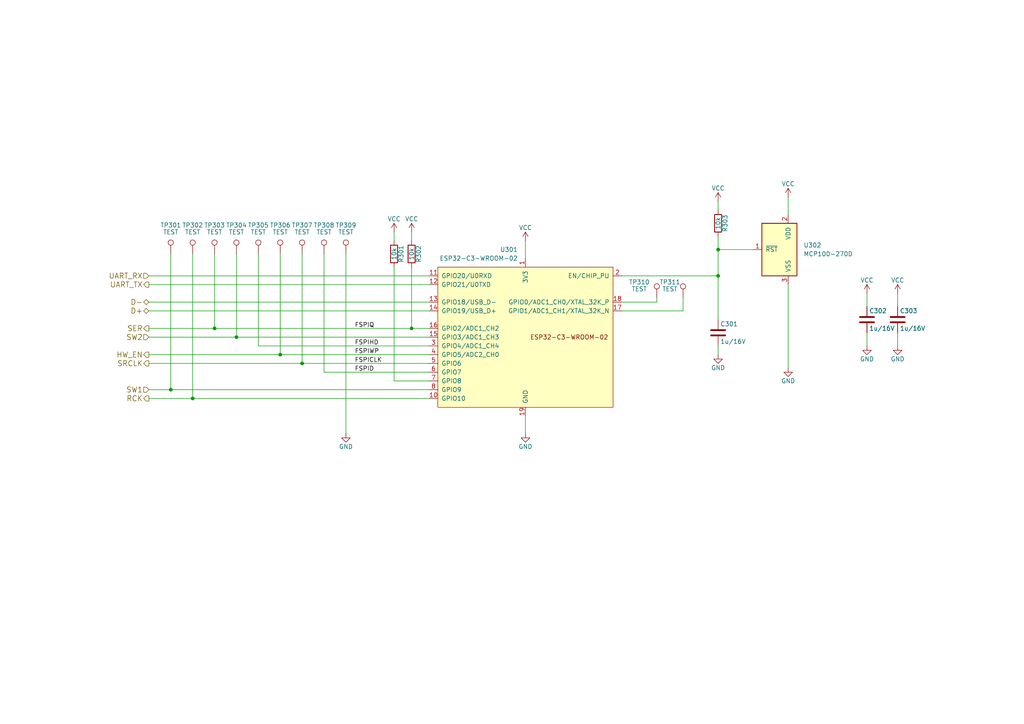
<source format=kicad_sch>
(kicad_sch (version 20230121) (generator eeschema)

  (uuid aa43447d-c4af-4ada-a0a1-0ff087c0a798)

  (paper "A4")

  (title_block
    (title "ZM108x, Z57x nixieboard")
    (date "2025-09-04")
    (rev "3/${GITHASH}")
    (comment 1 "Atuthor: Martin Sabol")
  )

  (lib_symbols
    (symbol "Connector:TestPoint" (pin_numbers hide) (pin_names (offset 0.762) hide) (in_bom yes) (on_board yes)
      (property "Reference" "TP" (at 0 6.858 0)
        (effects (font (size 1.27 1.27)))
      )
      (property "Value" "TestPoint" (at 0 5.08 0)
        (effects (font (size 1.27 1.27)))
      )
      (property "Footprint" "" (at 5.08 0 0)
        (effects (font (size 1.27 1.27)) hide)
      )
      (property "Datasheet" "~" (at 5.08 0 0)
        (effects (font (size 1.27 1.27)) hide)
      )
      (property "ki_keywords" "test point tp" (at 0 0 0)
        (effects (font (size 1.27 1.27)) hide)
      )
      (property "ki_description" "test point" (at 0 0 0)
        (effects (font (size 1.27 1.27)) hide)
      )
      (property "ki_fp_filters" "Pin* Test*" (at 0 0 0)
        (effects (font (size 1.27 1.27)) hide)
      )
      (symbol "TestPoint_0_1"
        (circle (center 0 3.302) (radius 0.762)
          (stroke (width 0) (type default))
          (fill (type none))
        )
      )
      (symbol "TestPoint_1_1"
        (pin passive line (at 0 0 90) (length 2.54)
          (name "1" (effects (font (size 1.27 1.27))))
          (number "1" (effects (font (size 1.27 1.27))))
        )
      )
    )
    (symbol "Device:C" (pin_numbers hide) (pin_names (offset 0.254)) (in_bom yes) (on_board yes)
      (property "Reference" "C" (at 0.635 2.54 0)
        (effects (font (size 1.27 1.27)) (justify left))
      )
      (property "Value" "C" (at 0.635 -2.54 0)
        (effects (font (size 1.27 1.27)) (justify left))
      )
      (property "Footprint" "" (at 0.9652 -3.81 0)
        (effects (font (size 1.27 1.27)) hide)
      )
      (property "Datasheet" "~" (at 0 0 0)
        (effects (font (size 1.27 1.27)) hide)
      )
      (property "ki_keywords" "cap capacitor" (at 0 0 0)
        (effects (font (size 1.27 1.27)) hide)
      )
      (property "ki_description" "Unpolarized capacitor" (at 0 0 0)
        (effects (font (size 1.27 1.27)) hide)
      )
      (property "ki_fp_filters" "C_*" (at 0 0 0)
        (effects (font (size 1.27 1.27)) hide)
      )
      (symbol "C_0_1"
        (polyline
          (pts
            (xy -2.032 -0.762)
            (xy 2.032 -0.762)
          )
          (stroke (width 0.508) (type default))
          (fill (type none))
        )
        (polyline
          (pts
            (xy -2.032 0.762)
            (xy 2.032 0.762)
          )
          (stroke (width 0.508) (type default))
          (fill (type none))
        )
      )
      (symbol "C_1_1"
        (pin passive line (at 0 3.81 270) (length 2.794)
          (name "~" (effects (font (size 1.27 1.27))))
          (number "1" (effects (font (size 1.27 1.27))))
        )
        (pin passive line (at 0 -3.81 90) (length 2.794)
          (name "~" (effects (font (size 1.27 1.27))))
          (number "2" (effects (font (size 1.27 1.27))))
        )
      )
    )
    (symbol "Device:R" (pin_numbers hide) (pin_names (offset 0)) (in_bom yes) (on_board yes)
      (property "Reference" "R" (at 2.032 0 90)
        (effects (font (size 1.27 1.27)))
      )
      (property "Value" "R" (at 0 0 90)
        (effects (font (size 1.27 1.27)))
      )
      (property "Footprint" "" (at -1.778 0 90)
        (effects (font (size 1.27 1.27)) hide)
      )
      (property "Datasheet" "~" (at 0 0 0)
        (effects (font (size 1.27 1.27)) hide)
      )
      (property "ki_keywords" "R res resistor" (at 0 0 0)
        (effects (font (size 1.27 1.27)) hide)
      )
      (property "ki_description" "Resistor" (at 0 0 0)
        (effects (font (size 1.27 1.27)) hide)
      )
      (property "ki_fp_filters" "R_*" (at 0 0 0)
        (effects (font (size 1.27 1.27)) hide)
      )
      (symbol "R_0_1"
        (rectangle (start -1.016 -2.54) (end 1.016 2.54)
          (stroke (width 0.254) (type default))
          (fill (type none))
        )
      )
      (symbol "R_1_1"
        (pin passive line (at 0 3.81 270) (length 1.27)
          (name "~" (effects (font (size 1.27 1.27))))
          (number "1" (effects (font (size 1.27 1.27))))
        )
        (pin passive line (at 0 -3.81 90) (length 1.27)
          (name "~" (effects (font (size 1.27 1.27))))
          (number "2" (effects (font (size 1.27 1.27))))
        )
      )
    )
    (symbol "PCM_Espressif:ESP32-C3-WROOM-02" (pin_names (offset 1.016)) (in_bom yes) (on_board yes)
      (property "Reference" "U" (at -25.4 25.4 0)
        (effects (font (size 1.27 1.27)) (justify left))
      )
      (property "Value" "ESP32-C3-WROOM-02" (at -25.4 22.86 0)
        (effects (font (size 1.27 1.27)) (justify left))
      )
      (property "Footprint" "Espressif:ESP32-C3-WROOM-02" (at 0 -30.48 0)
        (effects (font (size 1.27 1.27)) hide)
      )
      (property "Datasheet" "https://www.espressif.com/sites/default/files/documentation/esp32-c3-wroom-02_datasheet_en.pdf" (at -2.54 -33.02 0)
        (effects (font (size 1.27 1.27)) hide)
      )
      (property "ki_keywords" "esp32-c3 module" (at 0 0 0)
        (effects (font (size 1.27 1.27)) hide)
      )
      (property "ki_description" "ESP32-C3-WROOM-02 is a general-purpose Wi-Fi and Bluetooth LE module. This module features a rich set of peripherals and high performance, which makes it an ideal choice for smart home, industrial automation, health care, consumer electronics, etc." (at 0 0 0)
        (effects (font (size 1.27 1.27)) hide)
      )
      (symbol "ESP32-C3-WROOM-02_0_0"
        (text "ESP32-C3-WROOM-02" (at -12.7 0 0)
          (effects (font (size 1.27 1.27)))
        )
      )
      (symbol "ESP32-C3-WROOM-02_0_1"
        (rectangle (start 25.4 20.32) (end -25.4 -20.32)
          (stroke (width 0) (type default))
          (fill (type background))
        )
      )
      (symbol "ESP32-C3-WROOM-02_1_1"
        (pin power_in line (at 0 22.86 270) (length 2.54)
          (name "3V3" (effects (font (size 1.27 1.27))))
          (number "1" (effects (font (size 1.27 1.27))))
        )
        (pin bidirectional line (at 27.94 -17.78 180) (length 2.54)
          (name "GPIO10" (effects (font (size 1.27 1.27))))
          (number "10" (effects (font (size 1.27 1.27))))
        )
        (pin bidirectional line (at 27.94 17.78 180) (length 2.54)
          (name "GPIO20/U0RXD" (effects (font (size 1.27 1.27))))
          (number "11" (effects (font (size 1.27 1.27))))
        )
        (pin bidirectional line (at 27.94 15.24 180) (length 2.54)
          (name "GPIO21/U0TXD" (effects (font (size 1.27 1.27))))
          (number "12" (effects (font (size 1.27 1.27))))
        )
        (pin bidirectional line (at 27.94 10.16 180) (length 2.54)
          (name "GPIO18/USB_D-" (effects (font (size 1.27 1.27))))
          (number "13" (effects (font (size 1.27 1.27))))
        )
        (pin bidirectional line (at 27.94 7.62 180) (length 2.54)
          (name "GPIO19/USB_D+" (effects (font (size 1.27 1.27))))
          (number "14" (effects (font (size 1.27 1.27))))
        )
        (pin bidirectional line (at 27.94 0 180) (length 2.54)
          (name "GPIO3/ADC1_CH3" (effects (font (size 1.27 1.27))))
          (number "15" (effects (font (size 1.27 1.27))))
        )
        (pin bidirectional line (at 27.94 2.54 180) (length 2.54)
          (name "GPIO2/ADC1_CH2" (effects (font (size 1.27 1.27))))
          (number "16" (effects (font (size 1.27 1.27))))
        )
        (pin bidirectional line (at -27.94 7.62 0) (length 2.54)
          (name "GPIO1/ADC1_CH1/XTAL_32K_N" (effects (font (size 1.27 1.27))))
          (number "17" (effects (font (size 1.27 1.27))))
        )
        (pin bidirectional line (at -27.94 10.16 0) (length 2.54)
          (name "GPIO0/ADC1_CH0/XTAL_32K_P" (effects (font (size 1.27 1.27))))
          (number "18" (effects (font (size 1.27 1.27))))
        )
        (pin power_in line (at 0 -22.86 90) (length 2.54)
          (name "GND" (effects (font (size 1.27 1.27))))
          (number "19" (effects (font (size 1.27 1.27))))
        )
        (pin input line (at -27.94 17.78 0) (length 2.54)
          (name "EN/CHIP_PU" (effects (font (size 1.27 1.27))))
          (number "2" (effects (font (size 1.27 1.27))))
        )
        (pin bidirectional line (at 27.94 -2.54 180) (length 2.54)
          (name "GPIO4/ADC1_CH4" (effects (font (size 1.27 1.27))))
          (number "3" (effects (font (size 1.27 1.27))))
        )
        (pin bidirectional line (at 27.94 -5.08 180) (length 2.54)
          (name "GPIO5/ADC2_CH0" (effects (font (size 1.27 1.27))))
          (number "4" (effects (font (size 1.27 1.27))))
        )
        (pin bidirectional line (at 27.94 -7.62 180) (length 2.54)
          (name "GPIO6" (effects (font (size 1.27 1.27))))
          (number "5" (effects (font (size 1.27 1.27))))
        )
        (pin bidirectional line (at 27.94 -10.16 180) (length 2.54)
          (name "GPIO7" (effects (font (size 1.27 1.27))))
          (number "6" (effects (font (size 1.27 1.27))))
        )
        (pin bidirectional line (at 27.94 -12.7 180) (length 2.54)
          (name "GPIO8" (effects (font (size 1.27 1.27))))
          (number "7" (effects (font (size 1.27 1.27))))
        )
        (pin bidirectional line (at 27.94 -15.24 180) (length 2.54)
          (name "GPIO9" (effects (font (size 1.27 1.27))))
          (number "8" (effects (font (size 1.27 1.27))))
        )
        (pin passive line (at 0 -22.86 90) (length 2.54) hide
          (name "GND" (effects (font (size 1.27 1.27))))
          (number "9" (effects (font (size 1.27 1.27))))
        )
      )
    )
    (symbol "Power_Supervisor:MCP100-270D" (pin_names (offset 1.016)) (in_bom yes) (on_board yes)
      (property "Reference" "U" (at 0 8.89 0)
        (effects (font (size 1.27 1.27)) (justify left))
      )
      (property "Value" "MCP100-270D" (at -1.27 -8.89 0)
        (effects (font (size 1.27 1.27)) (justify left))
      )
      (property "Footprint" "" (at -10.16 3.81 0)
        (effects (font (size 1.27 1.27)) hide)
      )
      (property "Datasheet" "http://ww1.microchip.com/downloads/en/DeviceDoc/11187f.pdf" (at -7.62 6.35 0)
        (effects (font (size 1.27 1.27)) hide)
      )
      (property "ki_keywords" "supervisor reset push-pull" (at 0 0 0)
        (effects (font (size 1.27 1.27)) hide)
      )
      (property "ki_description" "Microcontroller reset monitor, 2.70V threshold, active low output" (at 0 0 0)
        (effects (font (size 1.27 1.27)) hide)
      )
      (property "ki_fp_filters" "SOT?23* TO?92*" (at 0 0 0)
        (effects (font (size 1.27 1.27)) hide)
      )
      (symbol "MCP100-270D_1_1"
        (rectangle (start -5.08 7.62) (end 5.08 -7.62)
          (stroke (width 0.254) (type default))
          (fill (type background))
        )
        (pin output line (at 7.62 0 180) (length 2.54)
          (name "~{RST}" (effects (font (size 1.27 1.27))))
          (number "1" (effects (font (size 1.27 1.27))))
        )
        (pin power_in line (at -2.54 10.16 270) (length 2.54)
          (name "VDD" (effects (font (size 1.27 1.27))))
          (number "2" (effects (font (size 1.27 1.27))))
        )
        (pin power_in line (at -2.54 -10.16 90) (length 2.54)
          (name "VSS" (effects (font (size 1.27 1.27))))
          (number "3" (effects (font (size 1.27 1.27))))
        )
      )
    )
    (symbol "power:GND" (power) (pin_names (offset 0)) (in_bom yes) (on_board yes)
      (property "Reference" "#PWR" (at 0 -6.35 0)
        (effects (font (size 1.27 1.27)) hide)
      )
      (property "Value" "GND" (at 0 -3.81 0)
        (effects (font (size 1.27 1.27)))
      )
      (property "Footprint" "" (at 0 0 0)
        (effects (font (size 1.27 1.27)) hide)
      )
      (property "Datasheet" "" (at 0 0 0)
        (effects (font (size 1.27 1.27)) hide)
      )
      (property "ki_keywords" "global power" (at 0 0 0)
        (effects (font (size 1.27 1.27)) hide)
      )
      (property "ki_description" "Power symbol creates a global label with name \"GND\" , ground" (at 0 0 0)
        (effects (font (size 1.27 1.27)) hide)
      )
      (symbol "GND_0_1"
        (polyline
          (pts
            (xy 0 0)
            (xy 0 -1.27)
            (xy 1.27 -1.27)
            (xy 0 -2.54)
            (xy -1.27 -1.27)
            (xy 0 -1.27)
          )
          (stroke (width 0) (type default))
          (fill (type none))
        )
      )
      (symbol "GND_1_1"
        (pin power_in line (at 0 0 270) (length 0) hide
          (name "GND" (effects (font (size 1.27 1.27))))
          (number "1" (effects (font (size 1.27 1.27))))
        )
      )
    )
    (symbol "power:VCC" (power) (pin_names (offset 0)) (in_bom yes) (on_board yes)
      (property "Reference" "#PWR" (at 0 -3.81 0)
        (effects (font (size 1.27 1.27)) hide)
      )
      (property "Value" "VCC" (at 0 3.81 0)
        (effects (font (size 1.27 1.27)))
      )
      (property "Footprint" "" (at 0 0 0)
        (effects (font (size 1.27 1.27)) hide)
      )
      (property "Datasheet" "" (at 0 0 0)
        (effects (font (size 1.27 1.27)) hide)
      )
      (property "ki_keywords" "global power" (at 0 0 0)
        (effects (font (size 1.27 1.27)) hide)
      )
      (property "ki_description" "Power symbol creates a global label with name \"VCC\"" (at 0 0 0)
        (effects (font (size 1.27 1.27)) hide)
      )
      (symbol "VCC_0_1"
        (polyline
          (pts
            (xy -0.762 1.27)
            (xy 0 2.54)
          )
          (stroke (width 0) (type default))
          (fill (type none))
        )
        (polyline
          (pts
            (xy 0 0)
            (xy 0 2.54)
          )
          (stroke (width 0) (type default))
          (fill (type none))
        )
        (polyline
          (pts
            (xy 0 2.54)
            (xy 0.762 1.27)
          )
          (stroke (width 0) (type default))
          (fill (type none))
        )
      )
      (symbol "VCC_1_1"
        (pin power_in line (at 0 0 90) (length 0) hide
          (name "VCC" (effects (font (size 1.27 1.27))))
          (number "1" (effects (font (size 1.27 1.27))))
        )
      )
    )
  )

  (junction (at 119.38 95.25) (diameter 0) (color 0 0 0 0)
    (uuid 0147ba64-e63e-445e-8158-fc92aa5a23fe)
  )
  (junction (at 55.88 115.57) (diameter 0) (color 0 0 0 0)
    (uuid 1403efeb-de4e-40ac-9bcf-05c1d4f1bd04)
  )
  (junction (at 62.23 95.25) (diameter 0) (color 0 0 0 0)
    (uuid 5e572cd7-51ad-46cc-9909-f9981eeef197)
  )
  (junction (at 68.58 97.79) (diameter 0) (color 0 0 0 0)
    (uuid 7424faab-ad93-4592-b0d1-68729be2f891)
  )
  (junction (at 87.63 105.41) (diameter 0) (color 0 0 0 0)
    (uuid 97b9332f-8385-427a-a510-8aad89b8fb51)
  )
  (junction (at 208.28 72.39) (diameter 0) (color 0 0 0 0)
    (uuid a9c74b10-2471-4f4a-9517-3e70435a3b30)
  )
  (junction (at 49.53 113.03) (diameter 0) (color 0 0 0 0)
    (uuid a9d980ae-c8bd-4b73-92d1-827484e4749c)
  )
  (junction (at 208.28 80.01) (diameter 0) (color 0 0 0 0)
    (uuid e1ff3bb9-1757-43c0-9111-2c852d9a6807)
  )
  (junction (at 81.28 102.87) (diameter 0) (color 0 0 0 0)
    (uuid e9681995-177a-45a1-8e1f-e8a9a8d7154a)
  )

  (wire (pts (xy 119.38 77.47) (xy 119.38 95.25))
    (stroke (width 0) (type default))
    (uuid 036653a8-0b7d-49d4-b202-6e27fcaf4620)
  )
  (wire (pts (xy 87.63 105.41) (xy 124.46 105.41))
    (stroke (width 0) (type default))
    (uuid 081efc9f-efe7-4e24-a795-36b19108ee6a)
  )
  (wire (pts (xy 119.38 95.25) (xy 124.46 95.25))
    (stroke (width 0) (type default))
    (uuid 0f16254b-64af-4cae-b11e-ab3d64ff1f16)
  )
  (wire (pts (xy 93.98 73.66) (xy 93.98 107.95))
    (stroke (width 0) (type default))
    (uuid 142b404a-7a37-46bf-b4f0-ac010b6c4305)
  )
  (wire (pts (xy 49.53 73.66) (xy 49.53 113.03))
    (stroke (width 0) (type default))
    (uuid 183ba565-eabc-4276-800f-f1b0b1943d6b)
  )
  (wire (pts (xy 43.18 90.17) (xy 124.46 90.17))
    (stroke (width 0) (type default))
    (uuid 1bf31ae1-9f03-4ebf-a23e-901155489b44)
  )
  (wire (pts (xy 251.46 88.9) (xy 251.46 85.09))
    (stroke (width 0) (type default))
    (uuid 1e6a1d26-14c7-4e4e-b463-7145a0d4bdef)
  )
  (wire (pts (xy 208.28 80.01) (xy 208.28 92.71))
    (stroke (width 0) (type default))
    (uuid 244f1fb8-0940-4c3f-82d7-9b36f52955a7)
  )
  (wire (pts (xy 74.93 100.33) (xy 124.46 100.33))
    (stroke (width 0) (type default))
    (uuid 26dab3d2-1a1f-4d27-bbad-f2fb1dd7c04d)
  )
  (wire (pts (xy 43.18 87.63) (xy 124.46 87.63))
    (stroke (width 0) (type default))
    (uuid 3a465bdd-90f4-4617-b899-c72a409c2722)
  )
  (wire (pts (xy 228.6 82.55) (xy 228.6 106.68))
    (stroke (width 0) (type default))
    (uuid 40e5298b-b54b-41e0-a006-74194c96eded)
  )
  (wire (pts (xy 208.28 58.42) (xy 208.28 60.96))
    (stroke (width 0) (type default))
    (uuid 482de850-1891-47d6-b737-4507938d4164)
  )
  (wire (pts (xy 180.34 90.17) (xy 198.12 90.17))
    (stroke (width 0) (type default))
    (uuid 48f77438-f575-48fe-8154-e7cfc51ea1b8)
  )
  (wire (pts (xy 260.35 88.9) (xy 260.35 85.09))
    (stroke (width 0) (type default))
    (uuid 49e92e29-cd92-41b7-8286-3b1bbb7eb264)
  )
  (wire (pts (xy 208.28 100.33) (xy 208.28 102.87))
    (stroke (width 0) (type default))
    (uuid 4ed62229-319e-4169-89e6-b46d6691092a)
  )
  (wire (pts (xy 114.3 67.31) (xy 114.3 69.85))
    (stroke (width 0) (type default))
    (uuid 579fc2e4-4555-4795-9394-1ddb93ada5cb)
  )
  (wire (pts (xy 43.18 97.79) (xy 68.58 97.79))
    (stroke (width 0) (type default))
    (uuid 5cff5801-ba02-4af3-9e37-ce75ece44679)
  )
  (wire (pts (xy 152.4 69.85) (xy 152.4 74.93))
    (stroke (width 0) (type default))
    (uuid 5e7498cc-4482-4478-a51e-4d053f2de894)
  )
  (wire (pts (xy 180.34 87.63) (xy 190.5 87.63))
    (stroke (width 0) (type default))
    (uuid 6313b17e-880b-4b2a-b816-34a255d9a663)
  )
  (wire (pts (xy 55.88 73.66) (xy 55.88 115.57))
    (stroke (width 0) (type default))
    (uuid 6570e0a5-9731-4134-b490-9f80b59f9118)
  )
  (wire (pts (xy 124.46 110.49) (xy 114.3 110.49))
    (stroke (width 0) (type default))
    (uuid 6a6bc0da-b927-4453-935d-021a202ffe4a)
  )
  (wire (pts (xy 43.18 80.01) (xy 124.46 80.01))
    (stroke (width 0) (type default))
    (uuid 6cc92000-34a6-4e1c-ac73-2d8fb1e1aab8)
  )
  (wire (pts (xy 251.46 96.52) (xy 251.46 100.33))
    (stroke (width 0) (type default))
    (uuid 6f01ed47-49c5-4837-8632-50240669ea06)
  )
  (wire (pts (xy 43.18 95.25) (xy 62.23 95.25))
    (stroke (width 0) (type default))
    (uuid 70edd40e-3d65-4116-8549-d712de22257b)
  )
  (wire (pts (xy 43.18 113.03) (xy 49.53 113.03))
    (stroke (width 0) (type default))
    (uuid 72f3470f-4673-4b90-ba86-fee90d8e97af)
  )
  (wire (pts (xy 100.33 73.66) (xy 100.33 125.73))
    (stroke (width 0) (type default))
    (uuid 76815cd6-cd67-406f-a7c1-00ca556e65a3)
  )
  (wire (pts (xy 62.23 73.66) (xy 62.23 95.25))
    (stroke (width 0) (type default))
    (uuid 7f2cb4fc-7c6a-41f3-98a8-1c4fa6caaf48)
  )
  (wire (pts (xy 43.18 82.55) (xy 124.46 82.55))
    (stroke (width 0) (type default))
    (uuid 81f90416-14b0-4cd5-8873-9b42b69a00f7)
  )
  (wire (pts (xy 114.3 110.49) (xy 114.3 77.47))
    (stroke (width 0) (type default))
    (uuid 854fbfb8-e662-415b-b11d-29ef5ba312c8)
  )
  (wire (pts (xy 208.28 72.39) (xy 218.44 72.39))
    (stroke (width 0) (type default))
    (uuid 87a2d615-f21b-434e-b63e-13e3b93bd845)
  )
  (wire (pts (xy 43.18 115.57) (xy 55.88 115.57))
    (stroke (width 0) (type default))
    (uuid 893c7b42-52b0-403c-8a5e-7b6ab20d6b9e)
  )
  (wire (pts (xy 87.63 73.66) (xy 87.63 105.41))
    (stroke (width 0) (type default))
    (uuid 89df26d4-1570-482c-8887-911259679286)
  )
  (wire (pts (xy 68.58 97.79) (xy 124.46 97.79))
    (stroke (width 0) (type default))
    (uuid 90a16913-8270-4ec1-a274-c75e5b05ead9)
  )
  (wire (pts (xy 93.98 107.95) (xy 124.46 107.95))
    (stroke (width 0) (type default))
    (uuid 93a36c03-6658-4b16-bd47-5bd532e60582)
  )
  (wire (pts (xy 43.18 105.41) (xy 87.63 105.41))
    (stroke (width 0) (type default))
    (uuid a51db40c-ee77-4c8f-b1cc-398fc5d75ef3)
  )
  (wire (pts (xy 228.6 57.15) (xy 228.6 62.23))
    (stroke (width 0) (type default))
    (uuid af96e751-e11b-4e81-8519-c6bdb79a11fe)
  )
  (wire (pts (xy 43.18 102.87) (xy 81.28 102.87))
    (stroke (width 0) (type default))
    (uuid b084567b-85ac-4cb8-82b5-3c8c3c11be62)
  )
  (wire (pts (xy 119.38 67.31) (xy 119.38 69.85))
    (stroke (width 0) (type default))
    (uuid b09022c6-8d70-4311-bb17-e784d0f596a0)
  )
  (wire (pts (xy 190.5 87.63) (xy 190.5 86.36))
    (stroke (width 0) (type default))
    (uuid bd2be411-568e-4edf-9348-6264cc9bc491)
  )
  (wire (pts (xy 152.4 120.65) (xy 152.4 125.73))
    (stroke (width 0) (type default))
    (uuid c6e23db1-19d8-4a73-9172-9de2996ff8ec)
  )
  (wire (pts (xy 62.23 95.25) (xy 119.38 95.25))
    (stroke (width 0) (type default))
    (uuid c7c226e5-bd73-44f6-9ff7-d3d6aacfad0e)
  )
  (wire (pts (xy 68.58 73.66) (xy 68.58 97.79))
    (stroke (width 0) (type default))
    (uuid c9c41bc1-7db0-4264-a620-fd8862996255)
  )
  (wire (pts (xy 74.93 73.66) (xy 74.93 100.33))
    (stroke (width 0) (type default))
    (uuid cd50d81a-137e-44ac-8962-8be0cab659a3)
  )
  (wire (pts (xy 198.12 90.17) (xy 198.12 86.36))
    (stroke (width 0) (type default))
    (uuid d537c8d1-e900-4518-a9ba-bde630762eca)
  )
  (wire (pts (xy 81.28 102.87) (xy 124.46 102.87))
    (stroke (width 0) (type default))
    (uuid d9c29149-c955-4786-888e-d1a4ede85d30)
  )
  (wire (pts (xy 55.88 115.57) (xy 124.46 115.57))
    (stroke (width 0) (type default))
    (uuid dc3191de-3717-414a-b40c-477b996f9554)
  )
  (wire (pts (xy 180.34 80.01) (xy 208.28 80.01))
    (stroke (width 0) (type default))
    (uuid ded2d3c4-b569-41f9-915f-f8bffa3a5e6b)
  )
  (wire (pts (xy 208.28 80.01) (xy 208.28 72.39))
    (stroke (width 0) (type default))
    (uuid e295fa79-6ee7-4bf3-b33a-43041aadfd74)
  )
  (wire (pts (xy 81.28 73.66) (xy 81.28 102.87))
    (stroke (width 0) (type default))
    (uuid e2f0520d-0db9-4fa3-977c-d451c7199865)
  )
  (wire (pts (xy 208.28 72.39) (xy 208.28 68.58))
    (stroke (width 0) (type default))
    (uuid e67b41fc-591c-473d-82a9-95cf0dfa9cef)
  )
  (wire (pts (xy 260.35 96.52) (xy 260.35 100.33))
    (stroke (width 0) (type default))
    (uuid eca1f215-9804-4e55-86d5-df9e831fd6f2)
  )
  (wire (pts (xy 49.53 113.03) (xy 124.46 113.03))
    (stroke (width 0) (type default))
    (uuid eecdc9a6-283f-46ef-b794-1876778eaf92)
  )

  (label "FSPIQ" (at 102.87 95.25 0) (fields_autoplaced)
    (effects (font (size 1.27 1.27)) (justify left bottom))
    (uuid 2a530dab-3294-43a9-86cc-1d902e62bad0)
  )
  (label "FSPID" (at 102.87 107.95 0) (fields_autoplaced)
    (effects (font (size 1.27 1.27)) (justify left bottom))
    (uuid 5af47e0a-2594-4f9a-bcd2-1574822eb793)
  )
  (label "FSPIWP" (at 102.87 102.87 0) (fields_autoplaced)
    (effects (font (size 1.27 1.27)) (justify left bottom))
    (uuid 7f829491-e3ea-4cea-bc2b-4c36d162d613)
  )
  (label "FSPIHD" (at 102.87 100.33 0) (fields_autoplaced)
    (effects (font (size 1.27 1.27)) (justify left bottom))
    (uuid e283a9ac-83dd-4156-8d9b-bc888f192b58)
  )
  (label "FSPICLK" (at 102.87 105.41 0) (fields_autoplaced)
    (effects (font (size 1.27 1.27)) (justify left bottom))
    (uuid eaa7fb8a-2a47-4bb5-a8bd-0d0394d05f82)
  )

  (hierarchical_label "UART_TX" (shape output) (at 43.18 82.55 180) (fields_autoplaced)
    (effects (font (size 1.524 1.524)) (justify right))
    (uuid 072f7d19-4b0a-4ca0-b137-f6a960455180)
  )
  (hierarchical_label "SW1" (shape input) (at 43.18 113.03 180) (fields_autoplaced)
    (effects (font (size 1.524 1.524)) (justify right))
    (uuid 09a8bb6e-3c94-4fd1-9d57-b71ee2b8619e)
  )
  (hierarchical_label "UART_RX" (shape input) (at 43.18 80.01 180) (fields_autoplaced)
    (effects (font (size 1.524 1.524)) (justify right))
    (uuid 191e0571-0a3f-4a42-9d89-9cd2efe1d00f)
  )
  (hierarchical_label "D+" (shape bidirectional) (at 43.18 90.17 180) (fields_autoplaced)
    (effects (font (size 1.524 1.524)) (justify right))
    (uuid 30ca6cb6-71e6-4a12-a0c9-4aa8007e230f)
  )
  (hierarchical_label "D-" (shape bidirectional) (at 43.18 87.63 180) (fields_autoplaced)
    (effects (font (size 1.524 1.524)) (justify right))
    (uuid 341d6300-2aff-4de5-9105-afb1c45625f2)
  )
  (hierarchical_label "RCK" (shape output) (at 43.18 115.57 180) (fields_autoplaced)
    (effects (font (size 1.524 1.524)) (justify right))
    (uuid 39fc536d-d1db-4eff-81a0-935bf5dbf685)
  )
  (hierarchical_label "SER" (shape output) (at 43.18 95.25 180) (fields_autoplaced)
    (effects (font (size 1.524 1.524)) (justify right))
    (uuid 7f599f8d-4205-4137-b677-03c5f8720e14)
  )
  (hierarchical_label "SW2" (shape input) (at 43.18 97.79 180) (fields_autoplaced)
    (effects (font (size 1.524 1.524)) (justify right))
    (uuid 9405f600-02a3-4c2c-8c01-4ee247d67bda)
  )
  (hierarchical_label "HW_EN" (shape output) (at 43.18 102.87 180) (fields_autoplaced)
    (effects (font (size 1.524 1.524)) (justify right))
    (uuid b033b21b-4219-4ec4-a547-2339c37097a5)
  )
  (hierarchical_label "SRCLK" (shape output) (at 43.18 105.41 180) (fields_autoplaced)
    (effects (font (size 1.524 1.524)) (justify right))
    (uuid bc673f96-4f94-4817-88f9-8e153d3843f5)
  )

  (symbol (lib_id "Device:R") (at 208.28 64.77 0) (unit 1)
    (in_bom yes) (on_board yes) (dnp no)
    (uuid 00000000-0000-0000-0000-0000597bb0d3)
    (property "Reference" "R303" (at 210.312 64.77 90)
      (effects (font (size 1.27 1.27)))
    )
    (property "Value" "10k" (at 208.28 64.77 90)
      (effects (font (size 1.27 1.27)))
    )
    (property "Footprint" "Resistor_SMD:R_0805_2012Metric" (at 206.502 64.77 90)
      (effects (font (size 1.27 1.27)) hide)
    )
    (property "Datasheet" "~" (at 208.28 64.77 0)
      (effects (font (size 1.27 1.27)) hide)
    )
    (property "Supplier" "TME" (at 208.28 64.77 0)
      (effects (font (size 1.27 1.27)) hide)
    )
    (property "SPN" "0805S8F1002T5E" (at 208.28 64.77 0)
      (effects (font (size 1.27 1.27)) hide)
    )
    (pin "1" (uuid 8e10237b-c855-4708-9a46-74438e38a0cf))
    (pin "2" (uuid 93673cb9-042e-4dc6-9f6c-3bb01d6c18f3))
    (instances
      (project "nixieboard"
        (path "/93b23311-7353-47b7-aa73-3dc6f6fdf308/00000000-0000-0000-0000-00005978576d"
          (reference "R303") (unit 1)
        )
      )
    )
  )

  (symbol (lib_id "Connector:TestPoint") (at 87.63 73.66 0) (unit 1)
    (in_bom yes) (on_board yes) (dnp no)
    (uuid 00000000-0000-0000-0000-0000597bb279)
    (property "Reference" "TP307" (at 87.63 66.04 0)
      (effects (font (size 1.27 1.27)) (justify bottom))
    )
    (property "Value" "TEST" (at 87.63 67.31 0)
      (effects (font (size 1.27 1.27)))
    )
    (property "Footprint" "TestPoint:TestPoint_Pad_D1.5mm" (at 92.71 73.66 0)
      (effects (font (size 1.27 1.27)) hide)
    )
    (property "Datasheet" "~" (at 92.71 73.66 0)
      (effects (font (size 1.27 1.27)) hide)
    )
    (pin "1" (uuid 09ff3033-1d3b-4c78-ba92-c8ad1103ec14))
    (instances
      (project "nixieboard"
        (path "/93b23311-7353-47b7-aa73-3dc6f6fdf308/00000000-0000-0000-0000-00005978576d"
          (reference "TP307") (unit 1)
        )
      )
    )
  )

  (symbol (lib_id "Connector:TestPoint") (at 81.28 73.66 0) (unit 1)
    (in_bom yes) (on_board yes) (dnp no)
    (uuid 00000000-0000-0000-0000-00005989cfd1)
    (property "Reference" "TP306" (at 81.28 66.04 0)
      (effects (font (size 1.27 1.27)) (justify bottom))
    )
    (property "Value" "TEST" (at 81.28 67.31 0)
      (effects (font (size 1.27 1.27)))
    )
    (property "Footprint" "TestPoint:TestPoint_Pad_D1.5mm" (at 86.36 73.66 0)
      (effects (font (size 1.27 1.27)) hide)
    )
    (property "Datasheet" "~" (at 86.36 73.66 0)
      (effects (font (size 1.27 1.27)) hide)
    )
    (pin "1" (uuid 206277c3-8b0e-43ef-94fb-02c7d1dad757))
    (instances
      (project "nixieboard"
        (path "/93b23311-7353-47b7-aa73-3dc6f6fdf308/00000000-0000-0000-0000-00005978576d"
          (reference "TP306") (unit 1)
        )
      )
    )
  )

  (symbol (lib_id "Connector:TestPoint") (at 74.93 73.66 0) (unit 1)
    (in_bom yes) (on_board yes) (dnp no)
    (uuid 00000000-0000-0000-0000-00005989d34e)
    (property "Reference" "TP305" (at 74.93 66.04 0)
      (effects (font (size 1.27 1.27)) (justify bottom))
    )
    (property "Value" "TEST" (at 74.93 67.31 0)
      (effects (font (size 1.27 1.27)))
    )
    (property "Footprint" "TestPoint:TestPoint_Pad_D1.5mm" (at 80.01 73.66 0)
      (effects (font (size 1.27 1.27)) hide)
    )
    (property "Datasheet" "~" (at 80.01 73.66 0)
      (effects (font (size 1.27 1.27)) hide)
    )
    (pin "1" (uuid 1f50f2ae-e890-4cd7-be24-acd8e67dc168))
    (instances
      (project "nixieboard"
        (path "/93b23311-7353-47b7-aa73-3dc6f6fdf308/00000000-0000-0000-0000-00005978576d"
          (reference "TP305") (unit 1)
        )
      )
    )
  )

  (symbol (lib_id "Connector:TestPoint") (at 68.58 73.66 0) (unit 1)
    (in_bom yes) (on_board yes) (dnp no)
    (uuid 00000000-0000-0000-0000-00005989d37a)
    (property "Reference" "TP304" (at 68.58 66.04 0)
      (effects (font (size 1.27 1.27)) (justify bottom))
    )
    (property "Value" "TEST" (at 68.58 67.31 0)
      (effects (font (size 1.27 1.27)))
    )
    (property "Footprint" "TestPoint:TestPoint_Pad_D1.5mm" (at 73.66 73.66 0)
      (effects (font (size 1.27 1.27)) hide)
    )
    (property "Datasheet" "~" (at 73.66 73.66 0)
      (effects (font (size 1.27 1.27)) hide)
    )
    (pin "1" (uuid fe8515d2-9af6-437c-86a5-d99ecc3475b3))
    (instances
      (project "nixieboard"
        (path "/93b23311-7353-47b7-aa73-3dc6f6fdf308/00000000-0000-0000-0000-00005978576d"
          (reference "TP304") (unit 1)
        )
      )
    )
  )

  (symbol (lib_id "Connector:TestPoint") (at 62.23 73.66 0) (unit 1)
    (in_bom yes) (on_board yes) (dnp no)
    (uuid 00000000-0000-0000-0000-00005989d3ad)
    (property "Reference" "TP303" (at 62.23 66.04 0)
      (effects (font (size 1.27 1.27)) (justify bottom))
    )
    (property "Value" "TEST" (at 62.23 67.31 0)
      (effects (font (size 1.27 1.27)))
    )
    (property "Footprint" "TestPoint:TestPoint_Pad_D1.5mm" (at 67.31 73.66 0)
      (effects (font (size 1.27 1.27)) hide)
    )
    (property "Datasheet" "~" (at 67.31 73.66 0)
      (effects (font (size 1.27 1.27)) hide)
    )
    (pin "1" (uuid c9487cef-a398-4831-a385-f61bcb92d1fa))
    (instances
      (project "nixieboard"
        (path "/93b23311-7353-47b7-aa73-3dc6f6fdf308/00000000-0000-0000-0000-00005978576d"
          (reference "TP303") (unit 1)
        )
      )
    )
  )

  (symbol (lib_id "Connector:TestPoint") (at 55.88 73.66 0) (unit 1)
    (in_bom yes) (on_board yes) (dnp no)
    (uuid 00000000-0000-0000-0000-00005989d404)
    (property "Reference" "TP302" (at 55.88 66.04 0)
      (effects (font (size 1.27 1.27)) (justify bottom))
    )
    (property "Value" "TEST" (at 55.88 67.31 0)
      (effects (font (size 1.27 1.27)))
    )
    (property "Footprint" "TestPoint:TestPoint_Pad_D1.5mm" (at 60.96 73.66 0)
      (effects (font (size 1.27 1.27)) hide)
    )
    (property "Datasheet" "~" (at 60.96 73.66 0)
      (effects (font (size 1.27 1.27)) hide)
    )
    (pin "1" (uuid 8729e6dc-84bd-4638-8328-9ebdf3caee90))
    (instances
      (project "nixieboard"
        (path "/93b23311-7353-47b7-aa73-3dc6f6fdf308/00000000-0000-0000-0000-00005978576d"
          (reference "TP302") (unit 1)
        )
      )
    )
  )

  (symbol (lib_id "Connector:TestPoint") (at 49.53 73.66 0) (unit 1)
    (in_bom yes) (on_board yes) (dnp no)
    (uuid 00000000-0000-0000-0000-00005989e023)
    (property "Reference" "TP301" (at 49.53 66.04 0)
      (effects (font (size 1.27 1.27)) (justify bottom))
    )
    (property "Value" "TEST" (at 49.53 67.31 0)
      (effects (font (size 1.27 1.27)))
    )
    (property "Footprint" "TestPoint:TestPoint_Pad_D1.5mm" (at 54.61 73.66 0)
      (effects (font (size 1.27 1.27)) hide)
    )
    (property "Datasheet" "~" (at 54.61 73.66 0)
      (effects (font (size 1.27 1.27)) hide)
    )
    (pin "1" (uuid f8e98bd1-90c1-4eb9-9668-08766e02bab4))
    (instances
      (project "nixieboard"
        (path "/93b23311-7353-47b7-aa73-3dc6f6fdf308/00000000-0000-0000-0000-00005978576d"
          (reference "TP301") (unit 1)
        )
      )
    )
  )

  (symbol (lib_id "Connector:TestPoint") (at 93.98 73.66 0) (unit 1)
    (in_bom yes) (on_board yes) (dnp no)
    (uuid 00000000-0000-0000-0000-00005989e755)
    (property "Reference" "TP308" (at 93.98 66.04 0)
      (effects (font (size 1.27 1.27)) (justify bottom))
    )
    (property "Value" "TEST" (at 93.98 67.31 0)
      (effects (font (size 1.27 1.27)))
    )
    (property "Footprint" "TestPoint:TestPoint_Pad_D1.5mm" (at 99.06 73.66 0)
      (effects (font (size 1.27 1.27)) hide)
    )
    (property "Datasheet" "~" (at 99.06 73.66 0)
      (effects (font (size 1.27 1.27)) hide)
    )
    (pin "1" (uuid 8b014d5b-9736-4280-a77b-4f90136f060c))
    (instances
      (project "nixieboard"
        (path "/93b23311-7353-47b7-aa73-3dc6f6fdf308/00000000-0000-0000-0000-00005978576d"
          (reference "TP308") (unit 1)
        )
      )
    )
  )

  (symbol (lib_id "Connector:TestPoint") (at 198.12 86.36 0) (unit 1)
    (in_bom yes) (on_board yes) (dnp no)
    (uuid 00000000-0000-0000-0000-00005989e938)
    (property "Reference" "TP311" (at 194.31 82.55 0)
      (effects (font (size 1.27 1.27)) (justify bottom))
    )
    (property "Value" "TEST" (at 194.31 83.82 0)
      (effects (font (size 1.27 1.27)))
    )
    (property "Footprint" "TestPoint:TestPoint_Pad_D1.5mm" (at 203.2 86.36 0)
      (effects (font (size 1.27 1.27)) hide)
    )
    (property "Datasheet" "~" (at 203.2 86.36 0)
      (effects (font (size 1.27 1.27)) hide)
    )
    (pin "1" (uuid 7a92829b-2219-412b-994d-60d36aa43cff))
    (instances
      (project "nixieboard"
        (path "/93b23311-7353-47b7-aa73-3dc6f6fdf308/00000000-0000-0000-0000-00005978576d"
          (reference "TP311") (unit 1)
        )
      )
    )
  )

  (symbol (lib_id "Device:C") (at 251.46 92.71 0) (unit 1)
    (in_bom yes) (on_board yes) (dnp no)
    (uuid 00000000-0000-0000-0000-0000598a42cf)
    (property "Reference" "C302" (at 252.095 90.17 0)
      (effects (font (size 1.27 1.27)) (justify left))
    )
    (property "Value" "1u/16V" (at 252.095 95.25 0)
      (effects (font (size 1.27 1.27)) (justify left))
    )
    (property "Footprint" "Capacitor_SMD:C_0805_2012Metric" (at 252.4252 96.52 0)
      (effects (font (size 1.27 1.27)) hide)
    )
    (property "Datasheet" "~" (at 251.46 92.71 0)
      (effects (font (size 1.27 1.27)) hide)
    )
    (property "Supplier" "TME" (at 251.46 92.71 0)
      (effects (font (size 1.27 1.27)) hide)
    )
    (property "SPN" "CL21B105KOFNNNE" (at 251.46 92.71 0)
      (effects (font (size 1.27 1.27)) hide)
    )
    (pin "1" (uuid eb706684-f601-44f8-8056-a7a7bb7c80a8))
    (pin "2" (uuid 8651c6d2-ca43-40a8-824c-04818e5f465b))
    (instances
      (project "nixieboard"
        (path "/93b23311-7353-47b7-aa73-3dc6f6fdf308/00000000-0000-0000-0000-00005978576d"
          (reference "C302") (unit 1)
        )
      )
    )
  )

  (symbol (lib_id "power:VCC") (at 251.46 85.09 0) (unit 1)
    (in_bom yes) (on_board yes) (dnp no)
    (uuid 00000000-0000-0000-0000-0000598a49ef)
    (property "Reference" "#PWR0310" (at 251.46 88.9 0)
      (effects (font (size 1.27 1.27)) hide)
    )
    (property "Value" "VCC" (at 251.46 81.28 0)
      (effects (font (size 1.27 1.27)))
    )
    (property "Footprint" "" (at 251.46 85.09 0)
      (effects (font (size 1.27 1.27)) hide)
    )
    (property "Datasheet" "" (at 251.46 85.09 0)
      (effects (font (size 1.27 1.27)) hide)
    )
    (pin "1" (uuid 59561863-4847-4ee4-bfa5-b56e8b77fa33))
    (instances
      (project "nixieboard"
        (path "/93b23311-7353-47b7-aa73-3dc6f6fdf308/00000000-0000-0000-0000-00005978576d"
          (reference "#PWR0310") (unit 1)
        )
      )
    )
  )

  (symbol (lib_id "power:GND") (at 251.46 100.33 0) (unit 1)
    (in_bom yes) (on_board yes) (dnp no)
    (uuid 00000000-0000-0000-0000-0000598a4c4c)
    (property "Reference" "#PWR0311" (at 251.46 106.68 0)
      (effects (font (size 1.27 1.27)) hide)
    )
    (property "Value" "GND" (at 251.46 104.14 0)
      (effects (font (size 1.27 1.27)))
    )
    (property "Footprint" "" (at 251.46 100.33 0)
      (effects (font (size 1.27 1.27)) hide)
    )
    (property "Datasheet" "" (at 251.46 100.33 0)
      (effects (font (size 1.27 1.27)) hide)
    )
    (pin "1" (uuid dc44c6d2-eed5-4d1d-a440-8b2e87d0380c))
    (instances
      (project "nixieboard"
        (path "/93b23311-7353-47b7-aa73-3dc6f6fdf308/00000000-0000-0000-0000-00005978576d"
          (reference "#PWR0311") (unit 1)
        )
      )
    )
  )

  (symbol (lib_id "Connector:TestPoint") (at 190.5 86.36 0) (unit 1)
    (in_bom yes) (on_board yes) (dnp no)
    (uuid 00000000-0000-0000-0000-0000598cf50e)
    (property "Reference" "TP310" (at 185.42 82.55 0)
      (effects (font (size 1.27 1.27)) (justify bottom))
    )
    (property "Value" "TEST" (at 185.42 83.82 0)
      (effects (font (size 1.27 1.27)))
    )
    (property "Footprint" "TestPoint:TestPoint_Pad_D1.5mm" (at 195.58 86.36 0)
      (effects (font (size 1.27 1.27)) hide)
    )
    (property "Datasheet" "~" (at 195.58 86.36 0)
      (effects (font (size 1.27 1.27)) hide)
    )
    (pin "1" (uuid aa19ae0a-c3e1-41af-b0e9-24aa21beb38c))
    (instances
      (project "nixieboard"
        (path "/93b23311-7353-47b7-aa73-3dc6f6fdf308/00000000-0000-0000-0000-00005978576d"
          (reference "TP310") (unit 1)
        )
      )
    )
  )

  (symbol (lib_id "power:VCC") (at 119.38 67.31 0) (unit 1)
    (in_bom yes) (on_board yes) (dnp no)
    (uuid 11028de6-65e4-4ae0-ac53-98f6ab2d1d53)
    (property "Reference" "#PWR0303" (at 119.38 71.12 0)
      (effects (font (size 1.27 1.27)) hide)
    )
    (property "Value" "VCC" (at 119.38 63.5 0)
      (effects (font (size 1.27 1.27)))
    )
    (property "Footprint" "" (at 119.38 67.31 0)
      (effects (font (size 1.27 1.27)) hide)
    )
    (property "Datasheet" "" (at 119.38 67.31 0)
      (effects (font (size 1.27 1.27)) hide)
    )
    (pin "1" (uuid fd13e40f-deb2-4214-b1f2-1c108988e50e))
    (instances
      (project "nixieboard"
        (path "/93b23311-7353-47b7-aa73-3dc6f6fdf308/00000000-0000-0000-0000-00005978576d"
          (reference "#PWR0303") (unit 1)
        )
      )
    )
  )

  (symbol (lib_id "Connector:TestPoint") (at 100.33 73.66 0) (unit 1)
    (in_bom yes) (on_board yes) (dnp no)
    (uuid 145b5077-cc1a-4058-9190-db55f5c29195)
    (property "Reference" "TP309" (at 100.33 66.04 0)
      (effects (font (size 1.27 1.27)) (justify bottom))
    )
    (property "Value" "TEST" (at 100.33 67.31 0)
      (effects (font (size 1.27 1.27)))
    )
    (property "Footprint" "TestPoint:TestPoint_Pad_D1.5mm" (at 105.41 73.66 0)
      (effects (font (size 1.27 1.27)) hide)
    )
    (property "Datasheet" "~" (at 105.41 73.66 0)
      (effects (font (size 1.27 1.27)) hide)
    )
    (pin "1" (uuid 33a1bdaa-6210-4ecd-9ada-f18ded4b13c8))
    (instances
      (project "nixieboard"
        (path "/93b23311-7353-47b7-aa73-3dc6f6fdf308/00000000-0000-0000-0000-00005978576d"
          (reference "TP309") (unit 1)
        )
      )
    )
  )

  (symbol (lib_id "Power_Supervisor:MCP100-270D") (at 226.06 72.39 0) (mirror y) (unit 1)
    (in_bom yes) (on_board yes) (dnp no)
    (uuid 1e798999-79d3-45e9-99ab-08bbfacd4d6e)
    (property "Reference" "U302" (at 233.045 71.12 0)
      (effects (font (size 1.27 1.27)) (justify right))
    )
    (property "Value" "MCP100-270D" (at 233.045 73.66 0)
      (effects (font (size 1.27 1.27)) (justify right))
    )
    (property "Footprint" "Package_TO_SOT_SMD:SOT-23-3" (at 236.22 68.58 0)
      (effects (font (size 1.27 1.27)) hide)
    )
    (property "Datasheet" "http://ww1.microchip.com/downloads/en/DeviceDoc/11187f.pdf" (at 233.68 66.04 0)
      (effects (font (size 1.27 1.27)) hide)
    )
    (property "SPN" "MCP100T-270I/TT" (at 226.06 72.39 0)
      (effects (font (size 1.27 1.27)) hide)
    )
    (pin "2" (uuid e19dfa93-0a78-47de-895e-d44256dbab81))
    (pin "3" (uuid a94e8c4d-2ec7-4bda-80e4-45d42c11d14a))
    (pin "1" (uuid 24162002-8ee8-4ee8-9125-39c23bac943b))
    (instances
      (project "nixieboard"
        (path "/93b23311-7353-47b7-aa73-3dc6f6fdf308/00000000-0000-0000-0000-00005978576d"
          (reference "U302") (unit 1)
        )
      )
    )
  )

  (symbol (lib_id "Device:C") (at 260.35 92.71 0) (unit 1)
    (in_bom yes) (on_board yes) (dnp no)
    (uuid 34d46112-201d-40ba-a00c-4801e36e4a53)
    (property "Reference" "C303" (at 260.985 90.17 0)
      (effects (font (size 1.27 1.27)) (justify left))
    )
    (property "Value" "1u/16V" (at 260.985 95.25 0)
      (effects (font (size 1.27 1.27)) (justify left))
    )
    (property "Footprint" "Capacitor_SMD:C_0805_2012Metric" (at 261.3152 96.52 0)
      (effects (font (size 1.27 1.27)) hide)
    )
    (property "Datasheet" "~" (at 260.35 92.71 0)
      (effects (font (size 1.27 1.27)) hide)
    )
    (property "Supplier" "TME" (at 260.35 92.71 0)
      (effects (font (size 1.27 1.27)) hide)
    )
    (property "SPN" "CL21B105KOFNNNE" (at 260.35 92.71 0)
      (effects (font (size 1.27 1.27)) hide)
    )
    (pin "1" (uuid 652c166d-983f-478c-82d9-4e393a014347))
    (pin "2" (uuid 57d909e6-5600-4197-8eb0-f784fa452b68))
    (instances
      (project "nixieboard"
        (path "/93b23311-7353-47b7-aa73-3dc6f6fdf308/00000000-0000-0000-0000-00005978576d"
          (reference "C303") (unit 1)
        )
      )
    )
  )

  (symbol (lib_id "power:GND") (at 100.33 125.73 0) (unit 1)
    (in_bom yes) (on_board yes) (dnp no)
    (uuid 39da4014-694d-4cdb-836f-fba3e6305f8c)
    (property "Reference" "#PWR0301" (at 100.33 132.08 0)
      (effects (font (size 1.27 1.27)) hide)
    )
    (property "Value" "GND" (at 100.33 129.54 0)
      (effects (font (size 1.27 1.27)))
    )
    (property "Footprint" "" (at 100.33 125.73 0)
      (effects (font (size 1.27 1.27)) hide)
    )
    (property "Datasheet" "" (at 100.33 125.73 0)
      (effects (font (size 1.27 1.27)) hide)
    )
    (pin "1" (uuid 8aad3437-6280-4853-b785-3deacf16a2a0))
    (instances
      (project "nixieboard"
        (path "/93b23311-7353-47b7-aa73-3dc6f6fdf308/00000000-0000-0000-0000-00005978576d"
          (reference "#PWR0301") (unit 1)
        )
      )
    )
  )

  (symbol (lib_id "Device:C") (at 208.28 96.52 0) (unit 1)
    (in_bom yes) (on_board yes) (dnp no)
    (uuid 5300ebc3-eb50-4145-956f-6b483398935d)
    (property "Reference" "C301" (at 208.915 93.98 0)
      (effects (font (size 1.27 1.27)) (justify left))
    )
    (property "Value" "1u/16V" (at 208.915 99.06 0)
      (effects (font (size 1.27 1.27)) (justify left))
    )
    (property "Footprint" "Capacitor_SMD:C_0805_2012Metric" (at 209.2452 100.33 0)
      (effects (font (size 1.27 1.27)) hide)
    )
    (property "Datasheet" "~" (at 208.28 96.52 0)
      (effects (font (size 1.27 1.27)) hide)
    )
    (property "Supplier" "TME" (at 208.28 96.52 0)
      (effects (font (size 1.27 1.27)) hide)
    )
    (property "SPN" "CL21B105KOFNNNE" (at 208.28 96.52 0)
      (effects (font (size 1.27 1.27)) hide)
    )
    (pin "1" (uuid f861b8c5-140d-443d-8e46-c4b963d5937f))
    (pin "2" (uuid 776843eb-be68-4edb-ba94-e0864147e6ae))
    (instances
      (project "nixieboard"
        (path "/93b23311-7353-47b7-aa73-3dc6f6fdf308/00000000-0000-0000-0000-00005978576d"
          (reference "C301") (unit 1)
        )
      )
    )
  )

  (symbol (lib_id "power:GND") (at 260.35 100.33 0) (unit 1)
    (in_bom yes) (on_board yes) (dnp no)
    (uuid 6fce7ecc-89ed-4ff2-9996-06e6e109d052)
    (property "Reference" "#PWR0313" (at 260.35 106.68 0)
      (effects (font (size 1.27 1.27)) hide)
    )
    (property "Value" "GND" (at 260.35 104.14 0)
      (effects (font (size 1.27 1.27)))
    )
    (property "Footprint" "" (at 260.35 100.33 0)
      (effects (font (size 1.27 1.27)) hide)
    )
    (property "Datasheet" "" (at 260.35 100.33 0)
      (effects (font (size 1.27 1.27)) hide)
    )
    (pin "1" (uuid d3e0a3e2-47ae-48cb-b288-5e09d0f583a4))
    (instances
      (project "nixieboard"
        (path "/93b23311-7353-47b7-aa73-3dc6f6fdf308/00000000-0000-0000-0000-00005978576d"
          (reference "#PWR0313") (unit 1)
        )
      )
    )
  )

  (symbol (lib_id "power:GND") (at 152.4 125.73 0) (unit 1)
    (in_bom yes) (on_board yes) (dnp no)
    (uuid 7ad90762-d988-4bd2-8e2b-63f83a333772)
    (property "Reference" "#PWR0305" (at 152.4 132.08 0)
      (effects (font (size 1.27 1.27)) hide)
    )
    (property "Value" "GND" (at 152.4 129.54 0)
      (effects (font (size 1.27 1.27)))
    )
    (property "Footprint" "" (at 152.4 125.73 0)
      (effects (font (size 1.27 1.27)) hide)
    )
    (property "Datasheet" "" (at 152.4 125.73 0)
      (effects (font (size 1.27 1.27)) hide)
    )
    (pin "1" (uuid 8267ef1b-b806-471c-937c-e08260394009))
    (instances
      (project "nixieboard"
        (path "/93b23311-7353-47b7-aa73-3dc6f6fdf308/00000000-0000-0000-0000-00005978576d"
          (reference "#PWR0305") (unit 1)
        )
      )
    )
  )

  (symbol (lib_id "power:GND") (at 208.28 102.87 0) (unit 1)
    (in_bom yes) (on_board yes) (dnp no)
    (uuid 8906547b-dd94-46f9-ae15-b2ee2362407e)
    (property "Reference" "#PWR0307" (at 208.28 109.22 0)
      (effects (font (size 1.27 1.27)) hide)
    )
    (property "Value" "GND" (at 208.28 106.68 0)
      (effects (font (size 1.27 1.27)))
    )
    (property "Footprint" "" (at 208.28 102.87 0)
      (effects (font (size 1.27 1.27)) hide)
    )
    (property "Datasheet" "" (at 208.28 102.87 0)
      (effects (font (size 1.27 1.27)) hide)
    )
    (pin "1" (uuid ce10dc7f-6b0a-41d8-804a-4dd4ea080880))
    (instances
      (project "nixieboard"
        (path "/93b23311-7353-47b7-aa73-3dc6f6fdf308/00000000-0000-0000-0000-00005978576d"
          (reference "#PWR0307") (unit 1)
        )
      )
    )
  )

  (symbol (lib_id "power:VCC") (at 152.4 69.85 0) (unit 1)
    (in_bom yes) (on_board yes) (dnp no)
    (uuid af50d992-bc62-4cc6-be1b-d8ad66eec3e7)
    (property "Reference" "#PWR0304" (at 152.4 73.66 0)
      (effects (font (size 1.27 1.27)) hide)
    )
    (property "Value" "VCC" (at 152.4 66.04 0)
      (effects (font (size 1.27 1.27)))
    )
    (property "Footprint" "" (at 152.4 69.85 0)
      (effects (font (size 1.27 1.27)) hide)
    )
    (property "Datasheet" "" (at 152.4 69.85 0)
      (effects (font (size 1.27 1.27)) hide)
    )
    (pin "1" (uuid 2b32fc14-39b4-4124-80de-52bff9c2176d))
    (instances
      (project "nixieboard"
        (path "/93b23311-7353-47b7-aa73-3dc6f6fdf308/00000000-0000-0000-0000-00005978576d"
          (reference "#PWR0304") (unit 1)
        )
      )
    )
  )

  (symbol (lib_id "power:VCC") (at 114.3 67.31 0) (unit 1)
    (in_bom yes) (on_board yes) (dnp no)
    (uuid cb216a7f-6ec9-46a0-8b6f-2a64633e3f8b)
    (property "Reference" "#PWR0302" (at 114.3 71.12 0)
      (effects (font (size 1.27 1.27)) hide)
    )
    (property "Value" "VCC" (at 114.3 63.5 0)
      (effects (font (size 1.27 1.27)))
    )
    (property "Footprint" "" (at 114.3 67.31 0)
      (effects (font (size 1.27 1.27)) hide)
    )
    (property "Datasheet" "" (at 114.3 67.31 0)
      (effects (font (size 1.27 1.27)) hide)
    )
    (pin "1" (uuid 98f71b2e-fd1a-4ab5-9f04-1425ce843733))
    (instances
      (project "nixieboard"
        (path "/93b23311-7353-47b7-aa73-3dc6f6fdf308/00000000-0000-0000-0000-00005978576d"
          (reference "#PWR0302") (unit 1)
        )
      )
    )
  )

  (symbol (lib_id "Device:R") (at 114.3 73.66 0) (unit 1)
    (in_bom yes) (on_board yes) (dnp no)
    (uuid cbfe65ec-5247-4ecf-8cf6-fe3ef8976b43)
    (property "Reference" "R301" (at 116.332 73.66 90)
      (effects (font (size 1.27 1.27)))
    )
    (property "Value" "10k" (at 114.3 73.66 90)
      (effects (font (size 1.27 1.27)))
    )
    (property "Footprint" "Resistor_SMD:R_0805_2012Metric" (at 112.522 73.66 90)
      (effects (font (size 1.27 1.27)) hide)
    )
    (property "Datasheet" "~" (at 114.3 73.66 0)
      (effects (font (size 1.27 1.27)) hide)
    )
    (property "Supplier" "TME" (at 114.3 73.66 0)
      (effects (font (size 1.27 1.27)) hide)
    )
    (property "SPN" "0805S8F1002T5E" (at 114.3 73.66 0)
      (effects (font (size 1.27 1.27)) hide)
    )
    (pin "1" (uuid 46d5a36b-fc3f-4c41-b13e-822939a63a03))
    (pin "2" (uuid 8e5134d6-ebde-43dd-b73e-2db9a189686f))
    (instances
      (project "nixieboard"
        (path "/93b23311-7353-47b7-aa73-3dc6f6fdf308/00000000-0000-0000-0000-00005978576d"
          (reference "R301") (unit 1)
        )
      )
    )
  )

  (symbol (lib_id "power:VCC") (at 208.28 58.42 0) (unit 1)
    (in_bom yes) (on_board yes) (dnp no)
    (uuid cc582e97-78b3-4147-86a8-15df1b34738f)
    (property "Reference" "#PWR0306" (at 208.28 62.23 0)
      (effects (font (size 1.27 1.27)) hide)
    )
    (property "Value" "VCC" (at 208.28 54.61 0)
      (effects (font (size 1.27 1.27)))
    )
    (property "Footprint" "" (at 208.28 58.42 0)
      (effects (font (size 1.27 1.27)) hide)
    )
    (property "Datasheet" "" (at 208.28 58.42 0)
      (effects (font (size 1.27 1.27)) hide)
    )
    (pin "1" (uuid 7e90df4a-6c53-454b-9f3b-961e170fed67))
    (instances
      (project "nixieboard"
        (path "/93b23311-7353-47b7-aa73-3dc6f6fdf308/00000000-0000-0000-0000-00005978576d"
          (reference "#PWR0306") (unit 1)
        )
      )
    )
  )

  (symbol (lib_id "power:GND") (at 228.6 106.68 0) (unit 1)
    (in_bom yes) (on_board yes) (dnp no)
    (uuid d6342876-25b2-4bdb-bed4-0e8f90893c02)
    (property "Reference" "#PWR0309" (at 228.6 113.03 0)
      (effects (font (size 1.27 1.27)) hide)
    )
    (property "Value" "GND" (at 228.6 110.49 0)
      (effects (font (size 1.27 1.27)))
    )
    (property "Footprint" "" (at 228.6 106.68 0)
      (effects (font (size 1.27 1.27)) hide)
    )
    (property "Datasheet" "" (at 228.6 106.68 0)
      (effects (font (size 1.27 1.27)) hide)
    )
    (pin "1" (uuid eeff7377-531b-4a00-b33e-534b27fb3e6f))
    (instances
      (project "nixieboard"
        (path "/93b23311-7353-47b7-aa73-3dc6f6fdf308/00000000-0000-0000-0000-00005978576d"
          (reference "#PWR0309") (unit 1)
        )
      )
    )
  )

  (symbol (lib_id "power:VCC") (at 260.35 85.09 0) (unit 1)
    (in_bom yes) (on_board yes) (dnp no)
    (uuid e37c8ab9-8220-4806-8c1f-bd39f2f0c3cf)
    (property "Reference" "#PWR0312" (at 260.35 88.9 0)
      (effects (font (size 1.27 1.27)) hide)
    )
    (property "Value" "VCC" (at 260.35 81.28 0)
      (effects (font (size 1.27 1.27)))
    )
    (property "Footprint" "" (at 260.35 85.09 0)
      (effects (font (size 1.27 1.27)) hide)
    )
    (property "Datasheet" "" (at 260.35 85.09 0)
      (effects (font (size 1.27 1.27)) hide)
    )
    (pin "1" (uuid fb6a7490-cde1-4770-994e-b0244e5f6f3a))
    (instances
      (project "nixieboard"
        (path "/93b23311-7353-47b7-aa73-3dc6f6fdf308/00000000-0000-0000-0000-00005978576d"
          (reference "#PWR0312") (unit 1)
        )
      )
    )
  )

  (symbol (lib_id "PCM_Espressif:ESP32-C3-WROOM-02") (at 152.4 97.79 0) (mirror y) (unit 1)
    (in_bom yes) (on_board yes) (dnp no) (fields_autoplaced)
    (uuid efed37b9-9272-4a93-9717-8a3c5b4bd6f8)
    (property "Reference" "U301" (at 150.2059 72.39 0)
      (effects (font (size 1.27 1.27)) (justify left))
    )
    (property "Value" "ESP32-C3-WROOM-02" (at 150.2059 74.93 0)
      (effects (font (size 1.27 1.27)) (justify left))
    )
    (property "Footprint" "PCM_Espressif:ESP32-C3-WROOM-02" (at 152.4 128.27 0)
      (effects (font (size 1.27 1.27)) hide)
    )
    (property "Datasheet" "https://www.espressif.com/sites/default/files/documentation/esp32-c3-wroom-02_datasheet_en.pdf" (at 154.94 130.81 0)
      (effects (font (size 1.27 1.27)) hide)
    )
    (property "SPN" "ESP32-C3-WROOM-02-H4" (at 152.4 97.79 0)
      (effects (font (size 1.27 1.27)) hide)
    )
    (pin "5" (uuid ec629a83-c0b0-4c9b-99bd-3da9a2a13da4))
    (pin "19" (uuid ed943dfb-03f3-459f-a2a8-10846fa023a7))
    (pin "16" (uuid 71e097af-3723-404b-bf14-5b5d0a67bb3f))
    (pin "11" (uuid c269a46a-3737-44d7-bab2-e26e625b3a52))
    (pin "10" (uuid 2a7ad313-d931-408c-905d-5a6f0fa4e465))
    (pin "2" (uuid b1a39bda-e3f9-42c4-88ef-d4e87b7b253e))
    (pin "3" (uuid 004301b2-c28f-43b8-a1b8-515c1579072b))
    (pin "13" (uuid 434580cd-0909-4e44-bc19-730a22b2d0a1))
    (pin "15" (uuid 188ffa36-80e6-4088-9176-8f06c431e3de))
    (pin "18" (uuid 2d113ce1-e2d6-4b32-9129-9807d4433a67))
    (pin "6" (uuid 5a12cd8a-ec6d-48ea-a334-de10bcc72a24))
    (pin "4" (uuid 91322bfd-d6db-4368-8232-f5a35287476c))
    (pin "17" (uuid 9104691a-1dc4-4339-bc31-5c030c6f8ec7))
    (pin "7" (uuid d9695294-1fc4-4460-8d49-9e7ba72a062b))
    (pin "8" (uuid b3e0cccb-fbcb-456c-8749-2412ad24ac6e))
    (pin "12" (uuid 79d34847-c342-4139-90c1-7ec06751aa51))
    (pin "1" (uuid dc457629-2e09-4eea-b00b-27a251dbfe82))
    (pin "14" (uuid 80c07338-a2c2-4ba6-96f8-4c60758c39d6))
    (pin "9" (uuid ed741a1f-4dfb-4d0d-9e64-1ace1756f1fa))
    (instances
      (project "nixieboard"
        (path "/93b23311-7353-47b7-aa73-3dc6f6fdf308/00000000-0000-0000-0000-00005978576d"
          (reference "U301") (unit 1)
        )
      )
    )
  )

  (symbol (lib_id "power:VCC") (at 228.6 57.15 0) (unit 1)
    (in_bom yes) (on_board yes) (dnp no)
    (uuid f0c6c526-c732-4f10-a94a-cb94b8bacdd7)
    (property "Reference" "#PWR0308" (at 228.6 60.96 0)
      (effects (font (size 1.27 1.27)) hide)
    )
    (property "Value" "VCC" (at 228.6 53.34 0)
      (effects (font (size 1.27 1.27)))
    )
    (property "Footprint" "" (at 228.6 57.15 0)
      (effects (font (size 1.27 1.27)) hide)
    )
    (property "Datasheet" "" (at 228.6 57.15 0)
      (effects (font (size 1.27 1.27)) hide)
    )
    (pin "1" (uuid 2081264d-1629-4747-a2a2-96139e48ba4b))
    (instances
      (project "nixieboard"
        (path "/93b23311-7353-47b7-aa73-3dc6f6fdf308/00000000-0000-0000-0000-00005978576d"
          (reference "#PWR0308") (unit 1)
        )
      )
    )
  )

  (symbol (lib_id "Device:R") (at 119.38 73.66 0) (unit 1)
    (in_bom yes) (on_board yes) (dnp no)
    (uuid f7b68b51-1a68-4070-a33e-c573a8e4fc6f)
    (property "Reference" "R302" (at 121.412 73.66 90)
      (effects (font (size 1.27 1.27)))
    )
    (property "Value" "10k" (at 119.38 73.66 90)
      (effects (font (size 1.27 1.27)))
    )
    (property "Footprint" "Resistor_SMD:R_0805_2012Metric" (at 117.602 73.66 90)
      (effects (font (size 1.27 1.27)) hide)
    )
    (property "Datasheet" "~" (at 119.38 73.66 0)
      (effects (font (size 1.27 1.27)) hide)
    )
    (property "Supplier" "TME" (at 119.38 73.66 0)
      (effects (font (size 1.27 1.27)) hide)
    )
    (property "SPN" "0805S8F1002T5E" (at 119.38 73.66 0)
      (effects (font (size 1.27 1.27)) hide)
    )
    (pin "1" (uuid cc32201f-aa2c-4e30-a45d-06edbc3d4333))
    (pin "2" (uuid f68d5aee-5c2b-4ebc-99be-f7c4a27f0ee1))
    (instances
      (project "nixieboard"
        (path "/93b23311-7353-47b7-aa73-3dc6f6fdf308/00000000-0000-0000-0000-00005978576d"
          (reference "R302") (unit 1)
        )
      )
    )
  )
)

</source>
